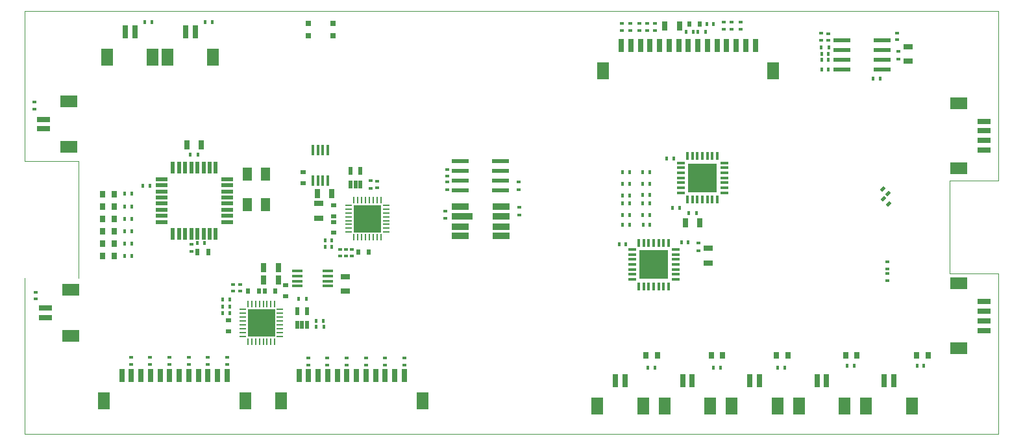
<source format=gbp>
G04*
G04 #@! TF.GenerationSoftware,Altium Limited,Altium Designer,19.1.5 (86)*
G04*
G04 Layer_Color=128*
%FSLAX44Y44*%
%MOMM*%
G71*
G01*
G75*
%ADD17C,0.1000*%
%ADD18R,0.4500X0.6000*%
%ADD19R,0.8000X1.3000*%
%ADD20R,0.6000X0.4000*%
%ADD21R,0.4000X0.6000*%
%ADD22R,0.6000X0.4500*%
%ADD28R,0.8000X0.6000*%
%ADD32R,0.7000X0.9000*%
%ADD35R,0.5000X0.9000*%
%ADD36R,1.3000X0.8000*%
%ADD69R,1.5000X0.5500*%
%ADD70R,0.5500X1.5000*%
G04:AMPARAMS|DCode=71|XSize=0.4mm|YSize=0.6mm|CornerRadius=0mm|HoleSize=0mm|Usage=FLASHONLY|Rotation=135.000|XOffset=0mm|YOffset=0mm|HoleType=Round|Shape=Rectangle|*
%AMROTATEDRECTD71*
4,1,4,0.3536,0.0707,-0.0707,-0.3536,-0.3536,-0.0707,0.0707,0.3536,0.3536,0.0707,0.0*
%
%ADD71ROTATEDRECTD71*%

%ADD72R,0.6000X0.8000*%
%ADD73R,0.7000X0.7500*%
%ADD74R,3.7000X3.7000*%
%ADD75R,1.0400X0.3300*%
%ADD76R,0.3300X1.0400*%
%ADD77R,2.2000X0.6000*%
%ADD78R,2.2500X0.9000*%
%ADD79R,2.8000X0.9000*%
%ADD80R,1.6000X2.2000*%
%ADD81R,0.7000X1.8000*%
%ADD82R,3.6000X3.6000*%
%ADD83R,0.2600X0.8400*%
%ADD84R,0.8400X0.2600*%
%ADD85R,0.4700X1.0000*%
%ADD86R,0.4500X1.3500*%
%ADD87R,1.2000X1.8000*%
%ADD88R,1.3500X0.4500*%
%ADD89R,3.6000X3.6000*%
%ADD90R,3.7000X3.7000*%
%ADD91R,1.8000X0.7000*%
%ADD92R,2.2000X1.6000*%
G36*
X895620Y317851D02*
X867761D01*
Y345710D01*
X895620D01*
Y317851D01*
D02*
G37*
G36*
X462770Y282970D02*
X449340D01*
Y296400D01*
X462770D01*
Y282970D01*
D02*
G37*
G36*
X444737D02*
X431340D01*
Y296391D01*
X444737D01*
Y282970D01*
D02*
G37*
G36*
X462765Y264970D02*
X449340D01*
Y278366D01*
X462765D01*
Y264970D01*
D02*
G37*
G36*
X444739D02*
X431340D01*
Y278368D01*
X444739D01*
Y264970D01*
D02*
G37*
G36*
X836579Y209280D02*
X808720D01*
Y237139D01*
X836579D01*
Y209280D01*
D02*
G37*
G36*
X324331Y147083D02*
X310910D01*
Y160480D01*
X324331D01*
Y147083D01*
D02*
G37*
G36*
X306308Y147081D02*
X292910D01*
Y160480D01*
X306308D01*
Y147081D01*
D02*
G37*
G36*
X306306Y129055D02*
X292910D01*
Y142480D01*
X306306D01*
Y129055D01*
D02*
G37*
G36*
X324340Y129050D02*
X310910D01*
Y142480D01*
X324340D01*
Y129050D01*
D02*
G37*
D17*
X0Y355600D02*
Y551180D01*
Y0D02*
Y203200D01*
X69850D02*
Y355600D01*
X0D02*
X69850D01*
X1270000Y330200D02*
Y413385D01*
Y137795D02*
Y209550D01*
X1206500D02*
X1270000D01*
X1206500D02*
Y330200D01*
X1270000D01*
Y413385D02*
Y551180D01*
Y0D02*
Y137795D01*
X0Y0D02*
X1270000D01*
X0Y551180D02*
X1270000D01*
D18*
X887650Y524510D02*
D03*
X877650D02*
D03*
X866220Y288290D02*
D03*
X876220D02*
D03*
X379810Y139700D02*
D03*
X389810D02*
D03*
X356950Y176530D02*
D03*
X366950D02*
D03*
X1038940Y504190D02*
D03*
X1048940D02*
D03*
X224790Y248920D02*
D03*
X234790D02*
D03*
X225980Y364490D02*
D03*
X215980D02*
D03*
D19*
X861720Y275590D02*
D03*
X880720D02*
D03*
X835050Y532130D02*
D03*
X854050D02*
D03*
X400660Y313690D02*
D03*
X381660D02*
D03*
X211480Y377190D02*
D03*
X230480D02*
D03*
X311810Y200660D02*
D03*
X330810D02*
D03*
X311810Y217170D02*
D03*
X330810D02*
D03*
D20*
X1125220Y208970D02*
D03*
Y199970D02*
D03*
X264160Y90750D02*
D03*
Y99750D02*
D03*
X239014Y90750D02*
D03*
Y99750D02*
D03*
X213868Y90750D02*
D03*
Y99750D02*
D03*
X188722Y90750D02*
D03*
Y99750D02*
D03*
X163576Y90750D02*
D03*
Y99750D02*
D03*
X138430Y90750D02*
D03*
Y99750D02*
D03*
X495300Y90060D02*
D03*
Y99060D02*
D03*
X470154Y90060D02*
D03*
Y99060D02*
D03*
X445008Y90060D02*
D03*
Y99060D02*
D03*
X419862Y90060D02*
D03*
Y99060D02*
D03*
X394716Y90060D02*
D03*
Y99060D02*
D03*
X369570Y90060D02*
D03*
Y99060D02*
D03*
X551180Y335860D02*
D03*
Y344860D02*
D03*
X548640Y290250D02*
D03*
Y281250D02*
D03*
X12700Y432490D02*
D03*
Y423490D02*
D03*
X13970Y184840D02*
D03*
Y175840D02*
D03*
X1125220Y224210D02*
D03*
Y215210D02*
D03*
X426720Y231720D02*
D03*
Y240720D02*
D03*
X411480D02*
D03*
Y231720D02*
D03*
X271780Y186000D02*
D03*
Y195000D02*
D03*
X459740Y320620D02*
D03*
Y329620D02*
D03*
X280670Y186000D02*
D03*
Y195000D02*
D03*
X419100Y240720D02*
D03*
Y231720D02*
D03*
X1047750Y512970D02*
D03*
Y521970D02*
D03*
X1038860Y522080D02*
D03*
Y513080D02*
D03*
X1137920Y522660D02*
D03*
Y513660D02*
D03*
X933450Y536630D02*
D03*
Y527630D02*
D03*
X922020Y536630D02*
D03*
Y527630D02*
D03*
X911860Y536630D02*
D03*
Y527630D02*
D03*
X822246Y535066D02*
D03*
Y526066D02*
D03*
X812086Y535066D02*
D03*
Y526066D02*
D03*
X801926Y535066D02*
D03*
Y526066D02*
D03*
X789940Y534780D02*
D03*
Y525780D02*
D03*
X778510Y534780D02*
D03*
Y525780D02*
D03*
D21*
X821690Y86360D02*
D03*
X812690D02*
D03*
X907470D02*
D03*
X898470D02*
D03*
X991290D02*
D03*
X982290D02*
D03*
X1082040Y88900D02*
D03*
X1073040D02*
D03*
X1172900D02*
D03*
X1163900D02*
D03*
X889580Y534670D02*
D03*
X898580D02*
D03*
X139360Y264625D02*
D03*
X130360D02*
D03*
X139360Y248517D02*
D03*
X130360D02*
D03*
X139360Y232410D02*
D03*
X130360D02*
D03*
X139360Y280732D02*
D03*
X130360D02*
D03*
X139360Y296839D02*
D03*
X130360D02*
D03*
X139360Y312946D02*
D03*
X130360D02*
D03*
X788780Y311150D02*
D03*
X779780D02*
D03*
X788670Y300990D02*
D03*
X779670D02*
D03*
X788780Y326390D02*
D03*
X779780D02*
D03*
X788670Y285750D02*
D03*
X779670D02*
D03*
X788780Y341630D02*
D03*
X779780D02*
D03*
X788780Y273050D02*
D03*
X779780D02*
D03*
X815340Y311300D02*
D03*
X806340D02*
D03*
X815340Y300990D02*
D03*
X806340D02*
D03*
X815340Y326315D02*
D03*
X806340D02*
D03*
X815340Y285750D02*
D03*
X806340D02*
D03*
X815340Y341630D02*
D03*
X806340D02*
D03*
X815450Y273050D02*
D03*
X806450D02*
D03*
X837510Y359410D02*
D03*
X846510D02*
D03*
X775280Y247650D02*
D03*
X784280D02*
D03*
X845130Y294640D02*
D03*
X854130D02*
D03*
X865560Y250190D02*
D03*
X856560D02*
D03*
X165790Y537210D02*
D03*
X156790D02*
D03*
X244530D02*
D03*
X235530D02*
D03*
X258390Y157480D02*
D03*
X267390D02*
D03*
Y175260D02*
D03*
X258390D02*
D03*
X400740Y243840D02*
D03*
X391740D02*
D03*
X389310Y147320D02*
D03*
X380310D02*
D03*
X400740Y252730D02*
D03*
X391740D02*
D03*
X267390Y166370D02*
D03*
X258390D02*
D03*
X1048440Y495300D02*
D03*
X1039440D02*
D03*
Y474980D02*
D03*
X1048440D02*
D03*
X1106750Y463550D02*
D03*
X1115750D02*
D03*
X1048440Y487680D02*
D03*
X1039440D02*
D03*
X154250Y323850D02*
D03*
X163250D02*
D03*
X871910Y524510D02*
D03*
X862910D02*
D03*
D22*
X551180Y318850D02*
D03*
Y328850D02*
D03*
X643890D02*
D03*
Y318850D02*
D03*
X645160Y295830D02*
D03*
Y285830D02*
D03*
X878840Y248840D02*
D03*
Y238840D02*
D03*
X450850Y330120D02*
D03*
Y320120D02*
D03*
X1139190Y499030D02*
D03*
Y489030D02*
D03*
X217170Y237650D02*
D03*
Y247650D02*
D03*
D28*
X402590Y297830D02*
D03*
Y283830D02*
D03*
Y276240D02*
D03*
Y262240D02*
D03*
X363220Y327010D02*
D03*
Y341010D02*
D03*
X340360Y193690D02*
D03*
Y179690D02*
D03*
X265430Y147970D02*
D03*
Y133970D02*
D03*
D32*
X101840Y264118D02*
D03*
X116840D02*
D03*
X101840Y248011D02*
D03*
X116840D02*
D03*
X101840Y231904D02*
D03*
X116840D02*
D03*
X895470Y102870D02*
D03*
X910470D02*
D03*
X980560D02*
D03*
X995560D02*
D03*
X1070730D02*
D03*
X1085730D02*
D03*
X810380D02*
D03*
X825380D02*
D03*
X1163440D02*
D03*
X1178440D02*
D03*
X101840Y280205D02*
D03*
X116840D02*
D03*
X101840Y296313D02*
D03*
X116840D02*
D03*
X101840Y312420D02*
D03*
X116840D02*
D03*
D35*
X239830Y237490D02*
D03*
X224830D02*
D03*
D36*
X891540Y241910D02*
D03*
Y222910D02*
D03*
X1151890Y504800D02*
D03*
Y485800D02*
D03*
X383540Y281330D02*
D03*
Y300330D02*
D03*
X417830Y186080D02*
D03*
Y205080D02*
D03*
D69*
X178160Y332230D02*
D03*
Y324230D02*
D03*
Y316230D02*
D03*
Y308230D02*
D03*
Y300230D02*
D03*
Y292230D02*
D03*
Y284230D02*
D03*
Y276230D02*
D03*
X264160D02*
D03*
Y284230D02*
D03*
Y292230D02*
D03*
Y300230D02*
D03*
Y308230D02*
D03*
Y316230D02*
D03*
Y324230D02*
D03*
Y332230D02*
D03*
D70*
X193160Y261230D02*
D03*
X201160D02*
D03*
X209160D02*
D03*
X217160D02*
D03*
X225160D02*
D03*
X233160D02*
D03*
X241160D02*
D03*
X249160D02*
D03*
Y347230D02*
D03*
X241160D02*
D03*
X233160D02*
D03*
X225160D02*
D03*
X217160D02*
D03*
X209160D02*
D03*
X201160D02*
D03*
X193160D02*
D03*
D71*
X1120396Y306340D02*
D03*
X1126760Y299976D02*
D03*
X1119498Y319412D02*
D03*
X1125862Y313048D02*
D03*
D72*
X866760Y534670D02*
D03*
X880760D02*
D03*
X448960Y237490D02*
D03*
X434960D02*
D03*
X305450Y186690D02*
D03*
X291450D02*
D03*
X327040D02*
D03*
X313040D02*
D03*
D73*
X370080Y535300D02*
D03*
X402080D02*
D03*
Y518800D02*
D03*
X370080D02*
D03*
D74*
X820420Y220980D02*
D03*
D75*
X792070Y201480D02*
D03*
Y207980D02*
D03*
Y214480D02*
D03*
Y220980D02*
D03*
Y227480D02*
D03*
Y233980D02*
D03*
Y240480D02*
D03*
X848770D02*
D03*
Y233980D02*
D03*
Y227480D02*
D03*
Y220980D02*
D03*
Y214480D02*
D03*
Y207980D02*
D03*
Y201480D02*
D03*
X855570Y314510D02*
D03*
Y321010D02*
D03*
Y327510D02*
D03*
Y334010D02*
D03*
Y340510D02*
D03*
Y347010D02*
D03*
Y353510D02*
D03*
X912270D02*
D03*
Y347010D02*
D03*
Y340510D02*
D03*
Y334010D02*
D03*
Y327510D02*
D03*
Y321010D02*
D03*
Y314510D02*
D03*
D76*
X839920Y192630D02*
D03*
X833420D02*
D03*
X826920D02*
D03*
X820420D02*
D03*
X813920D02*
D03*
X807420D02*
D03*
X800920D02*
D03*
Y249330D02*
D03*
X807420D02*
D03*
X813920D02*
D03*
X820420D02*
D03*
X826920D02*
D03*
X833420D02*
D03*
X839920D02*
D03*
X903420Y305660D02*
D03*
X896920D02*
D03*
X890420D02*
D03*
X883920D02*
D03*
X877420D02*
D03*
X870920D02*
D03*
X864420D02*
D03*
Y362360D02*
D03*
X870920D02*
D03*
X877420D02*
D03*
X883920D02*
D03*
X890420D02*
D03*
X896920D02*
D03*
X903420D02*
D03*
D77*
X620360Y355600D02*
D03*
Y342900D02*
D03*
Y317500D02*
D03*
X568360Y355600D02*
D03*
Y342900D02*
D03*
Y317500D02*
D03*
X620360Y330200D02*
D03*
X568360D02*
D03*
X1066200Y474980D02*
D03*
Y487680D02*
D03*
Y513080D02*
D03*
X1118200Y474980D02*
D03*
Y487680D02*
D03*
Y513080D02*
D03*
X1066200Y500380D02*
D03*
X1118200D02*
D03*
D78*
X567690Y258010D02*
D03*
Y270510D02*
D03*
Y296010D02*
D03*
X621190D02*
D03*
Y283510D02*
D03*
Y270510D02*
D03*
Y258010D02*
D03*
D79*
X570440Y283510D02*
D03*
D80*
X103030Y43200D02*
D03*
X287530D02*
D03*
X334170D02*
D03*
X518670D02*
D03*
X1156970Y36830D02*
D03*
X1097470D02*
D03*
X1069340D02*
D03*
X1009840D02*
D03*
X894080D02*
D03*
X834580D02*
D03*
X981710Y36830D02*
D03*
X922210D02*
D03*
X806450D02*
D03*
X746950D02*
D03*
X754470Y473730D02*
D03*
X976470D02*
D03*
X245650Y491510D02*
D03*
X186150D02*
D03*
X167010D02*
D03*
X107510D02*
D03*
D81*
X126530Y76200D02*
D03*
X139030D02*
D03*
X164030D02*
D03*
X151530D02*
D03*
X201530D02*
D03*
X214030D02*
D03*
X189030D02*
D03*
X176530D02*
D03*
X239030D02*
D03*
X226530D02*
D03*
X251530D02*
D03*
X264030D02*
D03*
X357670D02*
D03*
X370170D02*
D03*
X395170D02*
D03*
X382670D02*
D03*
X432670D02*
D03*
X445170D02*
D03*
X420170D02*
D03*
X407670D02*
D03*
X470170D02*
D03*
X457670D02*
D03*
X482670D02*
D03*
X495170D02*
D03*
X1133470Y69830D02*
D03*
X1120970D02*
D03*
X1045840D02*
D03*
X1033340D02*
D03*
X870580D02*
D03*
X858080D02*
D03*
X958210Y69830D02*
D03*
X945710D02*
D03*
X782950D02*
D03*
X770450D02*
D03*
X777970Y506730D02*
D03*
X790470D02*
D03*
X815470D02*
D03*
X802970D02*
D03*
X852970D02*
D03*
X865470D02*
D03*
X840470D02*
D03*
X827970D02*
D03*
X890470D02*
D03*
X877970D02*
D03*
X940470D02*
D03*
X952970D02*
D03*
X902970D02*
D03*
X927970D02*
D03*
X915470D02*
D03*
X222150Y524510D02*
D03*
X209650D02*
D03*
X143510D02*
D03*
X131010D02*
D03*
D82*
X447040Y280670D02*
D03*
D83*
X429540Y256320D02*
D03*
X434540D02*
D03*
X439540D02*
D03*
X444540D02*
D03*
X449540D02*
D03*
X454540D02*
D03*
X459540D02*
D03*
X464540D02*
D03*
Y305020D02*
D03*
X459540D02*
D03*
X454540D02*
D03*
X449540D02*
D03*
X444540D02*
D03*
X439540D02*
D03*
X434540D02*
D03*
X429540D02*
D03*
X326110Y169130D02*
D03*
X321110D02*
D03*
X316110D02*
D03*
X311110D02*
D03*
X306110D02*
D03*
X301110D02*
D03*
X296110D02*
D03*
X291110D02*
D03*
Y120430D02*
D03*
X296110D02*
D03*
X301110D02*
D03*
X306110D02*
D03*
X311110D02*
D03*
X316110D02*
D03*
X321110D02*
D03*
X326110D02*
D03*
D84*
X422690Y298170D02*
D03*
Y293170D02*
D03*
Y288170D02*
D03*
Y283170D02*
D03*
Y278170D02*
D03*
Y273170D02*
D03*
Y268170D02*
D03*
Y263170D02*
D03*
X471390D02*
D03*
Y268170D02*
D03*
Y273170D02*
D03*
Y278170D02*
D03*
Y283170D02*
D03*
Y288170D02*
D03*
Y293170D02*
D03*
Y298170D02*
D03*
X284260Y162280D02*
D03*
Y157280D02*
D03*
Y152280D02*
D03*
Y147280D02*
D03*
Y142280D02*
D03*
Y137280D02*
D03*
Y132280D02*
D03*
Y127280D02*
D03*
X332960D02*
D03*
Y132280D02*
D03*
Y137280D02*
D03*
Y142280D02*
D03*
Y147280D02*
D03*
Y152280D02*
D03*
Y157280D02*
D03*
Y162280D02*
D03*
D85*
X431300Y325210D02*
D03*
X424799Y343210D02*
D03*
X437799D02*
D03*
X424799Y325210D02*
D03*
X437799D02*
D03*
X361620Y142385D02*
D03*
X355120Y160385D02*
D03*
X368120D02*
D03*
X355120Y142385D02*
D03*
X368120D02*
D03*
D86*
X395270Y369700D02*
D03*
X388770D02*
D03*
X382270D02*
D03*
X375770D02*
D03*
X395270Y330200D02*
D03*
X388770D02*
D03*
X382270D02*
D03*
X375770D02*
D03*
D87*
X314260Y338770D02*
D03*
Y298770D02*
D03*
X290260D02*
D03*
Y338770D02*
D03*
D88*
X394970Y212240D02*
D03*
Y205740D02*
D03*
Y199240D02*
D03*
Y192740D02*
D03*
X355470Y212240D02*
D03*
Y205740D02*
D03*
Y199240D02*
D03*
Y192740D02*
D03*
D89*
X308610Y144780D02*
D03*
D90*
X883920Y334010D02*
D03*
D91*
X26690Y164270D02*
D03*
Y151770D02*
D03*
X24130Y410210D02*
D03*
Y397710D02*
D03*
X1251458Y407570D02*
D03*
Y395070D02*
D03*
Y370070D02*
D03*
Y382570D02*
D03*
Y172620D02*
D03*
Y160120D02*
D03*
Y135120D02*
D03*
Y147620D02*
D03*
D92*
X59690Y187770D02*
D03*
Y128270D02*
D03*
X57130Y433710D02*
D03*
Y374210D02*
D03*
X1218458Y346570D02*
D03*
Y431070D02*
D03*
Y111620D02*
D03*
Y196120D02*
D03*
M02*

</source>
